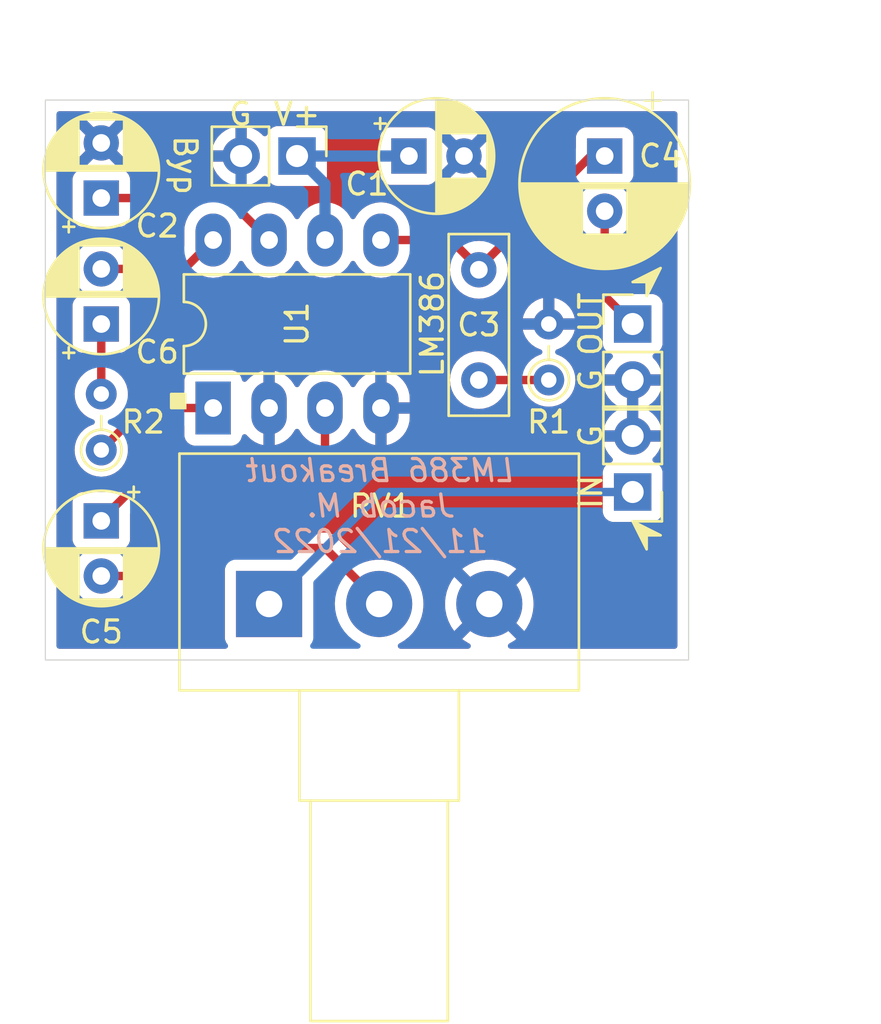
<source format=kicad_pcb>
(kicad_pcb (version 20221018) (generator pcbnew)
  (title_block (date "2022-11-20"))
  (layers (0 "F.Cu" signal) (31 "B.Cu" signal) (34 "B.Paste" user) (35 "F.Paste" user) (36 "B.SilkS" user "B.Silkscreen") (37 "F.SilkS" user "F.Silkscreen") (38 "B.Mask" user) (39 "F.Mask" user) (44 "Edge.Cuts" user))
  (net 0 "")
  (net 1 "VS")
  (net 2 "GND")
  (net 3 "Net-(U1-Pad7)")
  (net 4 "Net-(C3-Pad1)")
  (net 5 "Net-(C3-Pad2)")
  (net 6 "Net-(C4-Pad2)")
  (net 7 "Net-(C5-Pad1)")
  (net 8 "Net-(C5-Pad2)")
  (net 9 "Net-(C6-Pad2)")
  (net 10 "Net-(U1-Pad1)")
  (net 11 "Net-(J1-Pad1)")
  (net 12 "Net-(C6-Pad1)")
  (footprint "Connector_PinHeader_2.54mm:PinHeader_1x02_P2.54mm_Vertical" (layer "F.Cu") (at 172.72 130.81 180)
    (fp_text reference "J1" hide)
    (fp_text value "Inp")
    (pad "1" thru_hole rect (at 0 0 180) (size 1.7 1.7) (drill 1) (layers "*.Cu" "*.Mask") (net 11 "Net-(J1-Pad1)"))
    (pad "2" thru_hole oval (at 0 2.54 180) (size 1.7 1.7) (drill 1) (layers "*.Cu" "*.Mask") (net 2 "GND"))
  )
  (footprint "Resistor_THT:R_Axial_DIN0204_L3.6mm_D1.6mm_P2.54mm_Vertical" (layer "F.Cu") (at 168.91 125.73 90)
    (fp_text reference "R1" (at -1.905 0 180) (layer "F.SilkS"))
    (fp_text value "47 Optional")
    (pad "1" thru_hole circle (at 0 0 90) (size 1.4 1.4) (drill 0.7) (layers "*.Cu" "*.Mask") (net 5 "Net-(C3-Pad2)"))
    (pad "2" thru_hole oval (at 2.54 0 90) (size 1.4 1.4) (drill 0.7) (layers "*.Cu" "*.Mask") (net 2 "GND"))
  )
  (footprint "Capacitor_THT:CP_Radial_D5.0mm_P2.50mm" (layer "F.Cu") (at 148.59 117.475 90)
    (fp_text reference "C2" (at -1.27 2.54 180) (layer "F.SilkS"))
    (fp_text value "100uF")
    (pad "1" thru_hole rect (at 0 0 90) (size 1.6 1.6) (drill 0.8) (layers "*.Cu" "*.Mask") (net 3 "Net-(U1-Pad7)"))
    (pad "2" thru_hole circle (at 2.5 0 90) (size 1.6 1.6) (drill 0.8) (layers "*.Cu" "*.Mask") (net 2 "GND"))
  )
  (footprint "Capacitor_THT:CP_Radial_D7.5mm_P2.50mm" (layer "F.Cu") (at 171.45 115.57 -90)
    (fp_text reference "C4" (at 0 -2.54 180) (layer "F.SilkS"))
    (fp_text value "1000uF 25V")
    (pad "1" thru_hole rect (at 0 0 270) (size 1.6 1.6) (drill 0.8) (layers "*.Cu" "*.Mask") (net 4 "Net-(C3-Pad1)"))
    (pad "2" thru_hole circle (at 2.5 0 270) (size 1.6 1.6) (drill 0.8) (layers "*.Cu" "*.Mask") (net 6 "Net-(C4-Pad2)"))
  )
  (footprint "Capacitor_THT:C_Disc_D8.0mm_W2.5mm_P5.00mm" (layer "F.Cu") (at 165.735 120.73 -90)
    (fp_text reference "C3" (at 2.5 0) (layer "F.SilkS"))
    (fp_text value "100nF")
    (pad "1" thru_hole circle (at 0 0 270) (size 1.6 1.6) (drill 0.8) (layers "*.Cu" "*.Mask") (net 4 "Net-(C3-Pad1)"))
    (pad "2" thru_hole circle (at 5 0 270) (size 1.6 1.6) (drill 0.8) (layers "*.Cu" "*.Mask") (net 5 "Net-(C3-Pad2)"))
  )
  (footprint "Capacitor_THT:CP_Radial_D5.0mm_P2.50mm" (layer "F.Cu") (at 148.59 132.12 -90)
    (fp_text reference "C5" (at 5.04 0 180) (layer "F.SilkS"))
    (fp_text value "100uF 16V")
    (pad "1" thru_hole rect (at 0 0 270) (size 1.6 1.6) (drill 0.8) (layers "*.Cu" "*.Mask") (net 7 "Net-(C5-Pad1)"))
    (pad "2" thru_hole circle (at 2.5 0 270) (size 1.6 1.6) (drill 0.8) (layers "*.Cu" "*.Mask") (net 8 "Net-(C5-Pad2)"))
  )
  (footprint "Connector_PinHeader_2.54mm:PinHeader_1x02_P2.54mm_Vertical" (layer "F.Cu") (at 172.72 123.19)
    (fp_text reference "J2" hide)
    (fp_text value "Spk")
    (pad "1" thru_hole rect (at 0 0) (size 1.7 1.7) (drill 1) (layers "*.Cu" "*.Mask") (net 6 "Net-(C4-Pad2)"))
    (pad "2" thru_hole oval (at 0 2.54) (size 1.7 1.7) (drill 1) (layers "*.Cu" "*.Mask") (net 2 "GND"))
  )
  (footprint "Potentiometer_THT:Potentiometer_Alps_RK163_Single_Horizontal" (layer "F.Cu") (at 156.21 135.89 90)
    (fp_text reference "RV1" (at 4.445 5.08 180) (layer "F.SilkS"))
    (fp_text value "20k")
    (pad "1" thru_hole rect (at 0 0 270) (size 3 3) (drill 1.2) (layers "*.Cu" "*.Mask") (net 11 "Net-(J1-Pad1)"))
    (pad "2" thru_hole circle (at 0 5 270) (size 3 3) (drill 1.2) (layers "*.Cu" "*.Mask") (net 8 "Net-(C5-Pad2)"))
    (pad "3" thru_hole circle (at 0 10 270) (size 3 3) (drill 1.2) (layers "*.Cu" "*.Mask") (net 2 "GND"))
  )
  (footprint "Connector_PinHeader_2.54mm:PinHeader_1x02_P2.54mm_Vertical" (layer "F.Cu") (at 157.48 115.57 -90)
    (fp_text reference "J3" hide)
    (fp_text value "Pwr")
    (pad "1" thru_hole rect (at 0 0 270) (size 1.7 1.7) (drill 1) (layers "*.Cu" "*.Mask") (net 1 "VS"))
    (pad "2" thru_hole oval (at 0 2.54 270) (size 1.7 1.7) (drill 1) (layers "*.Cu" "*.Mask") (net 2 "GND"))
  )
  (footprint "Package_DIP:DIP-8_W7.62mm_LongPads" (layer "F.Cu") (at 153.67 127 90)
    (fp_text reference "U1" (at 3.81 3.81 90) (layer "F.SilkS"))
    (fp_text value "LM386" (at 3.81 9.95 90) (layer "F.SilkS"))
    (pad "1" thru_hole rect (at 0 0 90) (size 2.4 1.6) (drill 0.8) (layers "*.Cu" "*.Mask") (net 10 "Net-(U1-Pad1)"))
    (pad "2" thru_hole oval (at 0 2.54 90) (size 2.4 1.6) (drill 0.8) (layers "*.Cu" "*.Mask") (net 2 "GND"))
    (pad "3" thru_hole oval (at 0 5.08 90) (size 2.4 1.6) (drill 0.8) (layers "*.Cu" "*.Mask") (net 7 "Net-(C5-Pad1)"))
    (pad "4" thru_hole oval (at 0 7.62 90) (size 2.4 1.6) (drill 0.8) (layers "*.Cu" "*.Mask") (net 2 "GND"))
    (pad "5" thru_hole oval (at 7.62 7.62 90) (size 2.4 1.6) (drill 0.8) (layers "*.Cu" "*.Mask") (net 4 "Net-(C3-Pad1)"))
    (pad "6" thru_hole oval (at 7.62 5.08 90) (size 2.4 1.6) (drill 0.8) (layers "*.Cu" "*.Mask") (net 1 "VS"))
    (pad "7" thru_hole oval (at 7.62 2.54 90) (size 2.4 1.6) (drill 0.8) (layers "*.Cu" "*.Mask") (net 3 "Net-(U1-Pad7)"))
    (pad "8" thru_hole oval (at 7.62 0 90) (size 2.4 1.6) (drill 0.8) (layers "*.Cu" "*.Mask") (net 9 "Net-(C6-Pad2)"))
  )
  (footprint "Resistor_THT:R_Axial_DIN0204_L3.6mm_D1.6mm_P2.54mm_Vertical" (layer "F.Cu") (at 148.59 128.905 90)
    (fp_text reference "R2" (at 1.27 1.905 180) (layer "F.SilkS"))
    (fp_text value "10")
    (pad "1" thru_hole circle (at 0 0 90) (size 1.4 1.4) (drill 0.7) (layers "*.Cu" "*.Mask") (net 10 "Net-(U1-Pad1)"))
    (pad "2" thru_hole oval (at 2.54 0 90) (size 1.4 1.4) (drill 0.7) (layers "*.Cu" "*.Mask") (net 12 "Net-(C6-Pad1)"))
  )
  (footprint "Capacitor_THT:CP_Radial_D5.0mm_P2.50mm" (layer "F.Cu") (at 162.56 115.57)
    (fp_text reference "C1" (at -1.905 1.27) (layer "F.SilkS"))
    (fp_text value "470uF 25V")
    (pad "1" thru_hole rect (at 0 0) (size 1.6 1.6) (drill 0.8) (layers "*.Cu" "*.Mask") (net 1 "VS"))
    (pad "2" thru_hole circle (at 2.5 0) (size 1.6 1.6) (drill 0.8) (layers "*.Cu" "*.Mask") (net 2 "GND"))
  )
  (footprint "Capacitor_THT:CP_Radial_D5.0mm_P2.50mm" (layer "F.Cu") (at 148.59 123.19 90)
    (fp_text reference "C6" (at -1.27 2.54 180) (layer "F.SilkS"))
    (fp_text value "100uF 25V")
    (pad "1" thru_hole rect (at 0 0 90) (size 1.6 1.6) (drill 0.8) (layers "*.Cu" "*.Mask") (net 12 "Net-(C6-Pad1)"))
    (pad "2" thru_hole circle (at 2.5 0 90) (size 1.6 1.6) (drill 0.8) (layers "*.Cu" "*.Mask") (net 9 "Net-(C6-Pad2)"))
  )
  (gr_poly (pts (xy 173.355 132.775) (xy 173.355 133.41) (xy 172.72 132.14) (xy 173.99 132.775)) (stroke (width 0.12)) (fill solid) (layer "F.SilkS"))
  (gr_poly (pts (xy 152.4 127) (xy 151.765 127) (xy 151.765 126.365) (xy 152.4 126.365)) (stroke (width 0.12)) (fill solid) (layer "F.SilkS"))
  (gr_poly (pts (xy 173.355 121.285) (xy 172.72 121.285) (xy 173.99 120.65) (xy 173.355 121.92)) (stroke (width 0.12)) (fill solid) (layer "F.SilkS"))
  (gr_rect (start 146.05 113.03) (end 175.26 138.43) (stroke (width 0.05)) (fill none) (layer "Edge.Cuts"))
  (gr_text "LM386 Breakout\nJacob M.\n11/21/2022" (at 161.29 131.445) (layer "B.SilkS") (effects (font (size 1 1) (thickness 0.15) italic) (justify mirror)))
  (gr_text "Byp" (at 152.4 115.985 270) (layer "F.SilkS") (effects (font (size 1 1))))
  (gr_text "G" (at 170.815 128.27 90) (layer "F.SilkS") (effects (font (size 1 1))))
  (gr_text "G" (at 170.815 125.73 90) (layer "F.SilkS") (effects (font (size 1 1))))
  (gr_text "IN" (at 170.815 130.81 90) (layer "F.SilkS") (effects (font (size 1 1))))
  (gr_text "OUT" (at 170.815 123.19 90) (layer "F.SilkS") (effects (font (size 1 1))))
  (gr_text "V+" (at 157.48 113.665) (layer "F.SilkS") (effects (font (size 1 1))))
  (gr_text "G" (at 154.91 113.665) (layer "F.SilkS") (effects (font (size 1 1))))
  (segment (start 157.48 115.57) (end 158.75 116.84) (width 0.508) (layer "B.Cu") (net 1))
  (segment (start 158.75 116.84) (end 158.75 119.38) (width 0.508) (layer "B.Cu") (net 1))
  (segment (start 162.56 115.57) (end 157.48 115.57) (width 0.508) (layer "B.Cu") (net 1))
  (segment (start 148.59 117.475) (end 154.305 117.475) (width 0.381) (layer "F.Cu") (net 3))
  (segment (start 156.25 119.42) (end 156.21 119.38) (width 0.381) (layer "F.Cu") (net 3))
  (segment (start 154.305 117.475) (end 156.21 119.38) (width 0.381) (layer "F.Cu") (net 3))
  (segment (start 170.815 115.57) (end 165.735 120.65) (width 0.381) (layer "F.Cu") (net 4))
  (segment (start 164.465 119.38) (end 165.735 120.65) (width 0.381) (layer "F.Cu") (net 4))
  (segment (start 161.29 119.38) (end 164.465 119.38) (width 0.381) (layer "F.Cu") (net 4))
  (segment (start 171.45 115.57) (end 170.815 115.57) (width 0.381) (layer "F.Cu") (net 4))
  (segment (start 165.735 125.73) (end 168.91 125.73) (width 0.381) (layer "F.Cu") (net 5))
  (segment (start 171.45 121.92) (end 172.72 123.19) (width 0.381) (layer "F.Cu") (net 6))
  (segment (start 171.45 118.07) (end 171.45 121.92) (width 0.381) (layer "F.Cu") (net 6))
  (segment (start 149.86 130.81) (end 148.59 132.08) (width 0.381) (layer "F.Cu") (net 7))
  (segment (start 158.75 129.54) (end 157.48 130.81) (width 0.381) (layer "F.Cu") (net 7))
  (segment (start 158.75 129.54) (end 158.75 127) (width 0.381) (layer "F.Cu") (net 7))
  (segment (start 157.48 130.81) (end 149.86 130.81) (width 0.381) (layer "F.Cu") (net 7))
  (segment (start 158.75 133.35) (end 161.29 135.89) (width 0.381) (layer "F.Cu") (net 8))
  (segment (start 148.59 134.62) (end 152.4 134.62) (width 0.381) (layer "F.Cu") (net 8))
  (segment (start 152.4 134.62) (end 153.67 133.35) (width 0.381) (layer "F.Cu") (net 8))
  (segment (start 153.67 133.35) (end 158.75 133.35) (width 0.381) (layer "F.Cu") (net 8))
  (segment (start 148.59 120.69) (end 152.36 120.69) (width 0.381) (layer "F.Cu") (net 9))
  (segment (start 152.36 120.69) (end 153.67 119.38) (width 0.381) (layer "F.Cu") (net 9))
  (segment (start 150.495 127) (end 153.67 127) (width 0.381) (layer "F.Cu") (net 10))
  (segment (start 148.59 128.905) (end 150.495 127) (width 0.381) (layer "F.Cu") (net 10))
  (segment (start 156.21 135.89) (end 161.29 130.81) (width 0.381) (layer "B.Cu") (net 11))
  (segment (start 161.29 130.81) (end 172.72 130.81) (width 0.381) (layer "B.Cu") (net 11))
  (segment (start 148.59 126.365) (end 148.59 123.19) (width 0.381) (layer "F.Cu") (net 12))
  (zone (net 2) (net_name "GND") (layer "F.Cu") (name "GND") (connect_pads (clearance 0.508)) (min_thickness 0.254) (fill yes (thermal_gap 0.508) (thermal_bridge_width 0.508))
    (polygon (pts (xy 175.26 138.43) (xy 146.05 138.43) (xy 146.05 113.03) (xy 175.26 113.03)))
  )
  (zone (net 2) (net_name "GND") (layer "B.Cu") (name "GND") (connect_pads (clearance 0.508)) (min_thickness 0.254) (fill yes (thermal_gap 0.508) (thermal_bridge_width 0.508))
    (polygon (pts (xy 175.26 138.43) (xy 146.05 138.43) (xy 146.05 113.03) (xy 175.26 113.03)))
  )
)
</source>
